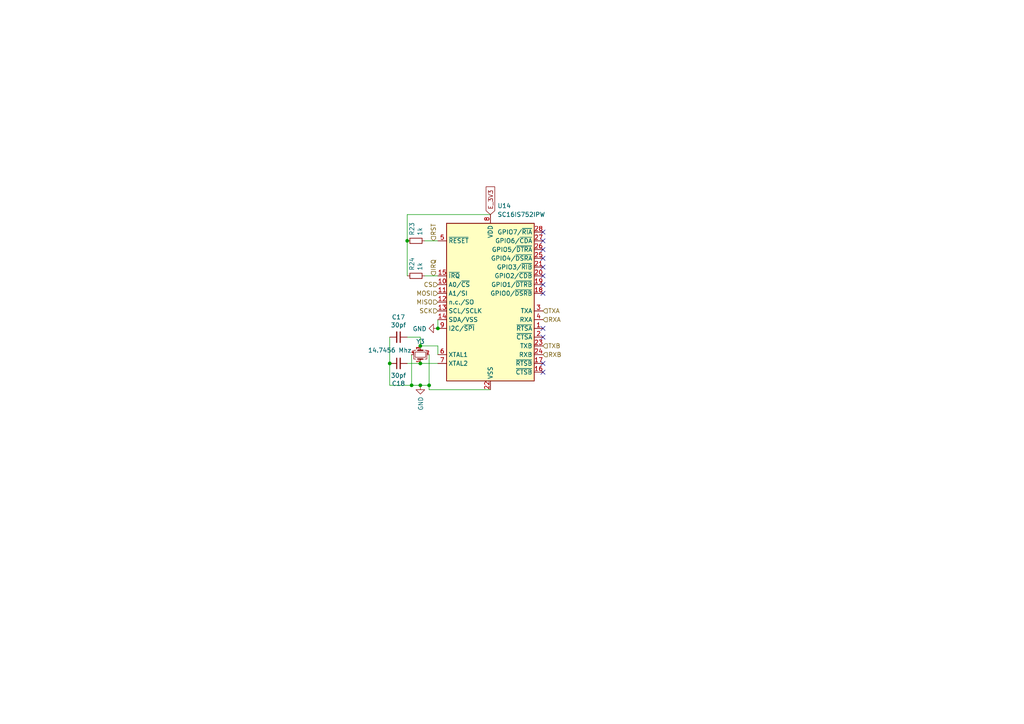
<source format=kicad_sch>
(kicad_sch (version 20211123) (generator eeschema)
  (paper "A4")
  (lib_symbols
    (symbol "Device:C_Small" (pin_numbers hide) (pin_names (offset 0.254) hide)
      (property "Reference" "C" (at 0.254 1.778 0))
      (property "Value" "C_Small" (at 0.254 -2.032 0))
      (symbol "C_Small_0_1"
        (polyline (pts (xy -1.524 -0.508) (xy 1.524 -0.508)) (stroke (width 0.3302)))
        (polyline (pts (xy -1.524 0.508) (xy 1.524 0.508)) (stroke (width 0.3048)))
      )
      (symbol "C_Small_1_1"
        (pin passive line (at 0 2.54 270) (length 2.032) (name "~") (number "1"))
        (pin passive line (at 0 -2.54 90) (length 2.032) (name "~") (number "2"))
      )
    )
    (symbol "Device:Crystal_GND24_Small" (pin_names (offset 1.016) hide)
      (property "Reference" "Y" (at 1.27 4.445 0))
      (property "Value" "Crystal_GND24_Small" (at 1.27 2.54 0))
      (symbol "Crystal_GND24_Small_0_1"
        (rectangle (start -0.762 -1.524) (end 0.762 1.524))
        (polyline (pts (xy -1.27 -0.762) (xy -1.27 0.762)) (stroke (width 0.381)))
        (polyline (pts (xy 1.27 -0.762) (xy 1.27 0.762)) (stroke (width 0.381)))
        (polyline (pts (xy -1.27 -1.27) (xy -1.27 -1.905) (xy 1.27 -1.905) (xy 1.27 -1.27)))
        (polyline (pts (xy -1.27 1.27) (xy -1.27 1.905) (xy 1.27 1.905) (xy 1.27 1.27)))
      )
      (symbol "Crystal_GND24_Small_1_1"
        (pin passive line (at -2.54 0 0) (length 1.27) (name "1") (number "1"))
        (pin passive line (at 0 -2.54 90) (length 0.635) (name "2") (number "2"))
        (pin passive line (at 2.54 0 180) (length 1.27) (name "3") (number "3"))
        (pin passive line (at 0 2.54 270) (length 0.635) (name "4") (number "4"))
      )
    )
    (symbol "Device:R_Small" (pin_numbers hide) (pin_names (offset 0.254) hide)
      (property "Reference" "R" (at 0.762 0.508 0))
      (property "Value" "R_Small" (at 0.762 -1.016 0))
      (symbol "R_Small_0_1"
        (rectangle (start -0.762 1.778) (end 0.762 -1.778) (stroke (width 0.2032)))
      )
      (symbol "R_Small_1_1"
        (pin passive line (at 0 2.54 270) (length 0.762) (name "~") (number "1"))
        (pin passive line (at 0 -2.54 90) (length 0.762) (name "~") (number "2"))
      )
    )
    (symbol "Interface_UART:SC16IS752IPW"
      (property "Reference" "U" (at -11.43 24.13 0))
      (property "Value" "SC16IS752IPW" (at 7.62 24.13 0))
      (symbol "SC16IS752IPW_0_1"
        (rectangle (start -12.7 22.86) (end 12.7 -22.86) (stroke (width 0.254)) (fill (type background)))
      )
      (symbol "SC16IS752IPW_1_1"
        (pin output line (at 15.24 -7.62 180) (length 2.54) (name "~{RTSA}") (number "1"))
        (pin input line (at -15.24 5.08 0) (length 2.54) (name "A0/~{CS}") (number "10"))
        (pin input line (at -15.24 2.54 0) (length 2.54) (name "A1/SI") (number "11"))
        (pin output line (at -15.24 0 0) (length 2.54) (name "n.c./SO") (number "12"))
        (pin input line (at -15.24 -2.54 0) (length 2.54) (name "SCL/SCLK") (number "13"))
        (pin bidirectional line (at -15.24 -5.08 0) (length 2.54) (name "SDA/VSS") (number "14"))
        (pin open_collector line (at -15.24 7.62 0) (length 2.54) (name "~{IRQ}") (number "15"))
        (pin input line (at 15.24 -20.32 180) (length 2.54) (name "~{CTSB}") (number "16"))
        (pin output line (at 15.24 -17.78 180) (length 2.54) (name "~{RTSB}") (number "17"))
        (pin bidirectional line (at 15.24 2.54 180) (length 2.54) (name "GPIO0/~{DSRB}") (number "18"))
        (pin bidirectional line (at 15.24 5.08 180) (length 2.54) (name "GPIO1/~{DTRB}") (number "19"))
        (pin input line (at 15.24 -10.16 180) (length 2.54) (name "~{CTSA}") (number "2"))
        (pin bidirectional line (at 15.24 7.62 180) (length 2.54) (name "GPIO2/~{CDB}") (number "20"))
        (pin bidirectional line (at 15.24 10.16 180) (length 2.54) (name "GPIO3/~{RIB}") (number "21"))
        (pin power_in line (at 0 -25.4 90) (length 2.54) (name "VSS") (number "22"))
        (pin output line (at 15.24 -12.7 180) (length 2.54) (name "TXB") (number "23"))
        (pin input line (at 15.24 -15.24 180) (length 2.54) (name "RXB") (number "24"))
        (pin bidirectional line (at 15.24 12.7 180) (length 2.54) (name "GPIO4/~{DSRA}") (number "25"))
        (pin bidirectional line (at 15.24 15.24 180) (length 2.54) (name "GPIO5/~{DTRA}") (number "26"))
        (pin bidirectional line (at 15.24 17.78 180) (length 2.54) (name "GPIO6/~{CDA}") (number "27"))
        (pin bidirectional line (at 15.24 20.32 180) (length 2.54) (name "GPIO7/~{RIA}") (number "28"))
        (pin output line (at 15.24 -2.54 180) (length 2.54) (name "TXA") (number "3"))
        (pin input line (at 15.24 -5.08 180) (length 2.54) (name "RXA") (number "4"))
        (pin input line (at -15.24 17.78 0) (length 2.54) (name "~{RESET}") (number "5"))
        (pin input line (at -15.24 -15.24 0) (length 2.54) (name "XTAL1") (number "6"))
        (pin output line (at -15.24 -17.78 0) (length 2.54) (name "XTAL2") (number "7"))
        (pin power_in line (at 0 25.4 270) (length 2.54) (name "VDD") (number "8"))
        (pin input line (at -15.24 -7.62 0) (length 2.54) (name "I2C/~{SPI}") (number "9"))
      )
    )
    (symbol "power:GND" (power) (pin_names (offset 0))
      (property "Value" "GND" (at 0 -3.81 0))
      (symbol "GND_0_1"
        (polyline (pts (xy 0 0) (xy 0 -1.27) (xy 1.27 -1.27) (xy 0 -2.54) (xy -1.27 -1.27) (xy 0 -1.27)))
      )
      (symbol "GND_1_1"
        (pin power_in line (at 0 0 270) (length 0) hide (name "GND") (number "1"))
      )
    )
  )
  (junction (at 124.46 111.76))
  (junction (at 113.03 105.41))
  (junction (at 121.92 111.76))
  (junction (at 121.92 100.33))
  (junction (at 127 95.25))
  (junction (at 119.38 111.76))
  (junction (at 121.92 105.41))
  (junction (at 118.11 69.85))
  (no_connect (at 157.48 107.95))
  (no_connect (at 157.48 67.31))
  (no_connect (at 157.48 74.93))
  (no_connect (at 157.48 85.09))
  (no_connect (at 157.48 95.25))
  (no_connect (at 157.48 69.85))
  (no_connect (at 157.48 105.41))
  (no_connect (at 157.48 80.01))
  (no_connect (at 157.48 97.79))
  (no_connect (at 157.48 72.39))
  (no_connect (at 157.48 82.55))
  (no_connect (at 157.48 77.47))
  (wire (pts (xy 142.24 113.03) (xy 124.46 113.03)))
  (wire (pts (xy 119.38 102.87) (xy 119.38 111.76)))
  (wire (pts (xy 113.03 105.41) (xy 113.03 111.76)))
  (wire (pts (xy 121.92 105.41) (xy 118.11 105.41)))
  (wire (pts (xy 123.19 69.85) (xy 127 69.85)))
  (wire (pts (xy 121.92 100.33) (xy 121.92 97.79)))
  (wire (pts (xy 124.46 113.03) (xy 124.46 111.76)))
  (wire (pts (xy 124.46 111.76) (xy 124.46 102.87)))
  (wire (pts (xy 127 92.71) (xy 127 95.25)))
  (wire (pts (xy 123.19 80.01) (xy 127 80.01)))
  (wire (pts (xy 127 100.33) (xy 121.92 100.33)))
  (wire (pts (xy 119.38 111.76) (xy 121.92 111.76)))
  (wire (pts (xy 113.03 111.76) (xy 119.38 111.76)))
  (wire (pts (xy 113.03 97.79) (xy 113.03 105.41)))
  (wire (pts (xy 127 100.33) (xy 127 102.87)))
  (wire (pts (xy 118.11 69.85) (xy 118.11 62.23)))
  (wire (pts (xy 121.92 111.76) (xy 124.46 111.76)))
  (wire (pts (xy 118.11 62.23) (xy 142.24 62.23)))
  (wire (pts (xy 121.92 97.79) (xy 118.11 97.79)))
  (wire (pts (xy 118.11 80.01) (xy 118.11 69.85)))
  (wire (pts (xy 127 105.41) (xy 121.92 105.41)))
  (global_label "E_3V3" (shape input) (at 142.24 62.23 90) (property "Intersheet References" "${INTERSHEET_REFS}" (effects hide)))
  (hierarchical_label "RXB" (shape input) (at 157.48 102.87 0))
  (hierarchical_label "SCK" (shape input) (at 127 90.17 180))
  (hierarchical_label "IRQ" (shape input) (at 125.73 80.01 90))
  (hierarchical_label "CS" (shape input) (at 127 82.55 180))
  (hierarchical_label "MOSI" (shape input) (at 127 85.09 180))
  (hierarchical_label "RST" (shape input) (at 125.73 69.85 90))
  (hierarchical_label "MISO" (shape input) (at 127 87.63 180))
  (hierarchical_label "TXA" (shape input) (at 157.48 90.17 0))
  (hierarchical_label "TXB" (shape input) (at 157.48 100.33 0))
  (hierarchical_label "RXA" (shape input) (at 157.48 92.71 0))
  (symbol (lib_id "Device:R_Small") (at 120.65 69.85 90) (unit 1)
    (property "Reference" "R23" (at 119.4816 68.3514 0) (effects (justify left)))
    (property "Value" "1k" (at 121.793 68.3514 0) (effects (justify left)))
    (property "Footprint" "Resistor_SMD:R_0402_1005Metric" (effects hide))
    (property "LCSC" "C11702" (effects hide))
  )
  (symbol (lib_id "power:GND") (at 121.92 111.76 0) (unit 1)
    (property "Reference" "#PWR?" (effects hide))
    (property "Value" "GND" (at 122.047 115.0112 90) (effects (justify right)))
  )
  (symbol (lib_id "Device:R_Small") (at 120.65 80.01 90) (unit 1)
    (property "Reference" "R24" (at 119.4816 78.5114 0) (effects (justify left)))
    (property "Value" "1k" (at 121.793 78.5114 0) (effects (justify left)))
    (property "Footprint" "Resistor_SMD:R_0402_1005Metric" (effects hide))
    (property "LCSC" "C11702" (effects hide))
  )
  (symbol (lib_id "Device:C_Small") (at 115.57 97.79 270) (unit 1)
    (property "Reference" "C17" (at 115.57 91.9734 90))
    (property "Value" "30pf" (at 115.57 94.2848 90))
    (property "Footprint" "Capacitor_SMD:C_0402_1005Metric" (effects hide))
    (property "Datasheet" "https://datasheet.lcsc.com/szlcsc/Guangdong-Fenghua-Advanced-Tech-0402CG330J500NT_C1562.pdf" (effects hide))
    (property "LCSC" "C5182450" (effects hide))
  )
  (symbol (lib_id "Device:C_Small") (at 115.57 105.41 90) (unit 1)
    (property "Reference" "C18" (at 115.57 111.2266 90))
    (property "Value" "30pf" (at 115.57 108.9152 90))
    (property "Footprint" "Capacitor_SMD:C_0402_1005Metric" (effects hide))
    (property "Datasheet" "https://datasheet.lcsc.com/szlcsc/Guangdong-Fenghua-Advanced-Tech-0402CG330J500NT_C1562.pdf" (effects hide))
    (property "LCSC" "C5182450" (effects hide))
  )
  (symbol (lib_id "Interface_UART:SC16IS752IPW") (at 142.24 87.63 0) (unit 1)
    (property "Reference" "U14" (at 144.2594 59.69 0) (effects (justify left)))
    (property "Value" "SC16IS752IPW" (at 144.2594 62.23 0) (effects (justify left)))
    (property "Footprint" "Package_SO:TSSOP-28_4.4x9.7mm_P0.65mm" (effects hide))
    (property "Datasheet" "https://www.nxp.com/docs/en/data-sheet/SC16IS752_SC16IS762.pdf" (effects hide))
    (property "LCSC" "C57156" (effects hide))
  )
  (symbol (lib_id "Device:Crystal_GND24_Small") (at 121.92 102.87 90) (unit 1)
    (property "Reference" "Y3" (at 123.19 99.06 90) (effects (justify left)))
    (property "Value" "14.7456 Mhz" (at 119.38 101.6 90) (effects (justify left)))
    (property "Footprint" "Crystal:Crystal_SMD_3225-4Pin_3.2x2.5mm" (effects hide))
    (property "Datasheet" "https://datasheet.lcsc.com/szlcsc/Yangxing-Tech-X322512MSB4SI_C9002.pdf" (effects hide))
    (property "LCSC" "C557186" (effects hide))
  )
  (symbol (lib_id "power:GND") (at 127 95.25 270) (unit 1)
    (property "Reference" "#PWR?" (effects hide))
    (property "Value" "GND" (at 123.7488 95.377 90) (effects (justify right)))
  )
)
</source>
